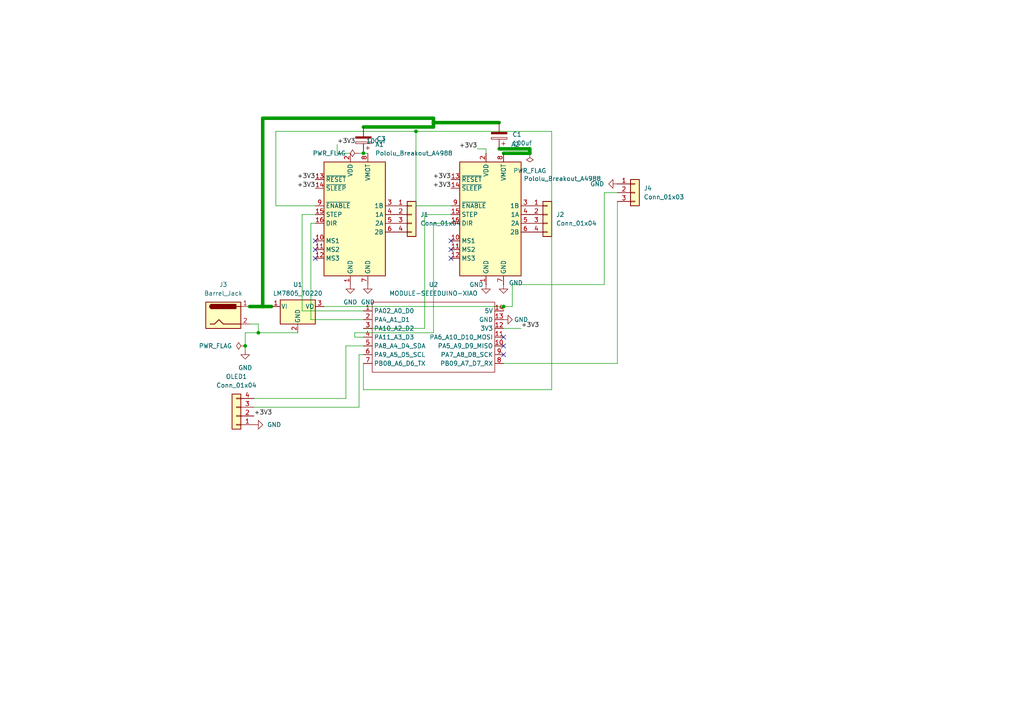
<source format=kicad_sch>
(kicad_sch
	(version 20250114)
	(generator "eeschema")
	(generator_version "9.0")
	(uuid "815b0cf5-f378-40a2-aab8-d0058d458ec5")
	(paper "A4")
	(lib_symbols
		(symbol "Connector:Barrel_Jack"
			(pin_names
				(offset 1.016)
			)
			(exclude_from_sim no)
			(in_bom yes)
			(on_board yes)
			(property "Reference" "J3"
				(at 0 8.89 0)
				(effects
					(font
						(size 1.27 1.27)
					)
				)
			)
			(property "Value" "Barrel_Jack"
				(at 0 6.35 0)
				(effects
					(font
						(size 1.27 1.27)
					)
				)
			)
			(property "Footprint" "Connector_BarrelJack:BarrelJack_CUI_PJ-102AH_Horizontal"
				(at 1.27 -1.016 0)
				(effects
					(font
						(size 1.27 1.27)
					)
					(hide yes)
				)
			)
			(property "Datasheet" "~"
				(at 1.27 -1.016 0)
				(effects
					(font
						(size 1.27 1.27)
					)
					(hide yes)
				)
			)
			(property "Description" "DC Barrel Jack"
				(at 0 0 0)
				(effects
					(font
						(size 1.27 1.27)
					)
					(hide yes)
				)
			)
			(property "ki_keywords" "DC power barrel jack connector"
				(at 0 0 0)
				(effects
					(font
						(size 1.27 1.27)
					)
					(hide yes)
				)
			)
			(property "ki_fp_filters" "BarrelJack*"
				(at 0 0 0)
				(effects
					(font
						(size 1.27 1.27)
					)
					(hide yes)
				)
			)
			(symbol "Barrel_Jack_0_1"
				(rectangle
					(start -5.08 3.81)
					(end 5.08 -3.81)
					(stroke
						(width 0.254)
						(type default)
					)
					(fill
						(type background)
					)
				)
				(polyline
					(pts
						(xy -3.81 -2.54) (xy -2.54 -2.54) (xy -1.27 -1.27) (xy 0 -2.54) (xy 2.54 -2.54) (xy 5.08 -2.54)
					)
					(stroke
						(width 0.254)
						(type default)
					)
					(fill
						(type none)
					)
				)
				(arc
					(start -3.302 1.905)
					(mid -3.9343 2.54)
					(end -3.302 3.175)
					(stroke
						(width 0.254)
						(type default)
					)
					(fill
						(type none)
					)
				)
				(arc
					(start -3.302 1.905)
					(mid -3.9343 2.54)
					(end -3.302 3.175)
					(stroke
						(width 0.254)
						(type default)
					)
					(fill
						(type outline)
					)
				)
				(rectangle
					(start 3.683 3.175)
					(end -3.302 1.905)
					(stroke
						(width 0.254)
						(type default)
					)
					(fill
						(type outline)
					)
				)
				(polyline
					(pts
						(xy 5.08 2.54) (xy 3.81 2.54)
					)
					(stroke
						(width 0.254)
						(type default)
					)
					(fill
						(type none)
					)
				)
			)
			(symbol "Barrel_Jack_1_1"
				(pin power_out line
					(at 7.62 2.54 180)
					(length 2.54)
					(name "~"
						(effects
							(font
								(size 1.27 1.27)
							)
						)
					)
					(number "1"
						(effects
							(font
								(size 1.27 1.27)
							)
						)
					)
				)
				(pin passive line
					(at 7.62 -2.54 180)
					(length 2.54)
					(name "~"
						(effects
							(font
								(size 1.27 1.27)
							)
						)
					)
					(number "2"
						(effects
							(font
								(size 1.27 1.27)
							)
						)
					)
				)
			)
			(embedded_fonts no)
		)
		(symbol "Connector_Generic:Conn_01x03"
			(pin_names
				(offset 1.016)
				(hide yes)
			)
			(exclude_from_sim no)
			(in_bom yes)
			(on_board yes)
			(property "Reference" "J"
				(at 0 5.08 0)
				(effects
					(font
						(size 1.27 1.27)
					)
				)
			)
			(property "Value" "Conn_01x03"
				(at 0 -5.08 0)
				(effects
					(font
						(size 1.27 1.27)
					)
				)
			)
			(property "Footprint" ""
				(at 0 0 0)
				(effects
					(font
						(size 1.27 1.27)
					)
					(hide yes)
				)
			)
			(property "Datasheet" "~"
				(at 0 0 0)
				(effects
					(font
						(size 1.27 1.27)
					)
					(hide yes)
				)
			)
			(property "Description" "Generic connector, single row, 01x03, script generated (kicad-library-utils/schlib/autogen/connector/)"
				(at 0 0 0)
				(effects
					(font
						(size 1.27 1.27)
					)
					(hide yes)
				)
			)
			(property "ki_keywords" "connector"
				(at 0 0 0)
				(effects
					(font
						(size 1.27 1.27)
					)
					(hide yes)
				)
			)
			(property "ki_fp_filters" "Connector*:*_1x??_*"
				(at 0 0 0)
				(effects
					(font
						(size 1.27 1.27)
					)
					(hide yes)
				)
			)
			(symbol "Conn_01x03_1_1"
				(rectangle
					(start -1.27 3.81)
					(end 1.27 -3.81)
					(stroke
						(width 0.254)
						(type default)
					)
					(fill
						(type background)
					)
				)
				(rectangle
					(start -1.27 2.667)
					(end 0 2.413)
					(stroke
						(width 0.1524)
						(type default)
					)
					(fill
						(type none)
					)
				)
				(rectangle
					(start -1.27 0.127)
					(end 0 -0.127)
					(stroke
						(width 0.1524)
						(type default)
					)
					(fill
						(type none)
					)
				)
				(rectangle
					(start -1.27 -2.413)
					(end 0 -2.667)
					(stroke
						(width 0.1524)
						(type default)
					)
					(fill
						(type none)
					)
				)
				(pin passive line
					(at -5.08 2.54 0)
					(length 3.81)
					(name "Pin_1"
						(effects
							(font
								(size 1.27 1.27)
							)
						)
					)
					(number "1"
						(effects
							(font
								(size 1.27 1.27)
							)
						)
					)
				)
				(pin passive line
					(at -5.08 0 0)
					(length 3.81)
					(name "Pin_2"
						(effects
							(font
								(size 1.27 1.27)
							)
						)
					)
					(number "2"
						(effects
							(font
								(size 1.27 1.27)
							)
						)
					)
				)
				(pin passive line
					(at -5.08 -2.54 0)
					(length 3.81)
					(name "Pin_3"
						(effects
							(font
								(size 1.27 1.27)
							)
						)
					)
					(number "3"
						(effects
							(font
								(size 1.27 1.27)
							)
						)
					)
				)
			)
			(embedded_fonts no)
		)
		(symbol "Connector_Generic:Conn_01x04"
			(pin_names
				(offset 1.016)
				(hide yes)
			)
			(exclude_from_sim no)
			(in_bom yes)
			(on_board yes)
			(property "Reference" "J"
				(at 0 5.08 0)
				(effects
					(font
						(size 1.27 1.27)
					)
				)
			)
			(property "Value" "Conn_01x04"
				(at 0 -7.62 0)
				(effects
					(font
						(size 1.27 1.27)
					)
				)
			)
			(property "Footprint" ""
				(at 0 0 0)
				(effects
					(font
						(size 1.27 1.27)
					)
					(hide yes)
				)
			)
			(property "Datasheet" "~"
				(at 0 0 0)
				(effects
					(font
						(size 1.27 1.27)
					)
					(hide yes)
				)
			)
			(property "Description" "Generic connector, single row, 01x04, script generated (kicad-library-utils/schlib/autogen/connector/)"
				(at 0 0 0)
				(effects
					(font
						(size 1.27 1.27)
					)
					(hide yes)
				)
			)
			(property "ki_keywords" "connector"
				(at 0 0 0)
				(effects
					(font
						(size 1.27 1.27)
					)
					(hide yes)
				)
			)
			(property "ki_fp_filters" "Connector*:*_1x??_*"
				(at 0 0 0)
				(effects
					(font
						(size 1.27 1.27)
					)
					(hide yes)
				)
			)
			(symbol "Conn_01x04_1_1"
				(rectangle
					(start -1.27 3.81)
					(end 1.27 -6.35)
					(stroke
						(width 0.254)
						(type default)
					)
					(fill
						(type background)
					)
				)
				(rectangle
					(start -1.27 2.667)
					(end 0 2.413)
					(stroke
						(width 0.1524)
						(type default)
					)
					(fill
						(type none)
					)
				)
				(rectangle
					(start -1.27 0.127)
					(end 0 -0.127)
					(stroke
						(width 0.1524)
						(type default)
					)
					(fill
						(type none)
					)
				)
				(rectangle
					(start -1.27 -2.413)
					(end 0 -2.667)
					(stroke
						(width 0.1524)
						(type default)
					)
					(fill
						(type none)
					)
				)
				(rectangle
					(start -1.27 -4.953)
					(end 0 -5.207)
					(stroke
						(width 0.1524)
						(type default)
					)
					(fill
						(type none)
					)
				)
				(pin passive line
					(at -5.08 2.54 0)
					(length 3.81)
					(name "Pin_1"
						(effects
							(font
								(size 1.27 1.27)
							)
						)
					)
					(number "1"
						(effects
							(font
								(size 1.27 1.27)
							)
						)
					)
				)
				(pin passive line
					(at -5.08 0 0)
					(length 3.81)
					(name "Pin_2"
						(effects
							(font
								(size 1.27 1.27)
							)
						)
					)
					(number "2"
						(effects
							(font
								(size 1.27 1.27)
							)
						)
					)
				)
				(pin passive line
					(at -5.08 -2.54 0)
					(length 3.81)
					(name "Pin_3"
						(effects
							(font
								(size 1.27 1.27)
							)
						)
					)
					(number "3"
						(effects
							(font
								(size 1.27 1.27)
							)
						)
					)
				)
				(pin passive line
					(at -5.08 -5.08 0)
					(length 3.81)
					(name "Pin_4"
						(effects
							(font
								(size 1.27 1.27)
							)
						)
					)
					(number "4"
						(effects
							(font
								(size 1.27 1.27)
							)
						)
					)
				)
			)
			(embedded_fonts no)
		)
		(symbol "Device:C_Polarized"
			(pin_numbers
				(hide yes)
			)
			(pin_names
				(offset 0.254)
			)
			(exclude_from_sim no)
			(in_bom yes)
			(on_board yes)
			(property "Reference" "C"
				(at 0.635 2.54 0)
				(effects
					(font
						(size 1.27 1.27)
					)
					(justify left)
				)
			)
			(property "Value" "C_Polarized"
				(at 0.635 -2.54 0)
				(effects
					(font
						(size 1.27 1.27)
					)
					(justify left)
				)
			)
			(property "Footprint" ""
				(at 0.9652 -3.81 0)
				(effects
					(font
						(size 1.27 1.27)
					)
					(hide yes)
				)
			)
			(property "Datasheet" "~"
				(at 0 0 0)
				(effects
					(font
						(size 1.27 1.27)
					)
					(hide yes)
				)
			)
			(property "Description" "Polarized capacitor"
				(at 0 0 0)
				(effects
					(font
						(size 1.27 1.27)
					)
					(hide yes)
				)
			)
			(property "ki_keywords" "cap capacitor"
				(at 0 0 0)
				(effects
					(font
						(size 1.27 1.27)
					)
					(hide yes)
				)
			)
			(property "ki_fp_filters" "CP_*"
				(at 0 0 0)
				(effects
					(font
						(size 1.27 1.27)
					)
					(hide yes)
				)
			)
			(symbol "C_Polarized_0_1"
				(rectangle
					(start -2.286 0.508)
					(end 2.286 1.016)
					(stroke
						(width 0)
						(type default)
					)
					(fill
						(type none)
					)
				)
				(polyline
					(pts
						(xy -1.778 2.286) (xy -0.762 2.286)
					)
					(stroke
						(width 0)
						(type default)
					)
					(fill
						(type none)
					)
				)
				(polyline
					(pts
						(xy -1.27 2.794) (xy -1.27 1.778)
					)
					(stroke
						(width 0)
						(type default)
					)
					(fill
						(type none)
					)
				)
				(rectangle
					(start 2.286 -0.508)
					(end -2.286 -1.016)
					(stroke
						(width 0)
						(type default)
					)
					(fill
						(type outline)
					)
				)
			)
			(symbol "C_Polarized_1_1"
				(pin passive line
					(at 0 3.81 270)
					(length 2.794)
					(name "~"
						(effects
							(font
								(size 1.27 1.27)
							)
						)
					)
					(number "1"
						(effects
							(font
								(size 1.27 1.27)
							)
						)
					)
				)
				(pin passive line
					(at 0 -3.81 90)
					(length 2.794)
					(name "~"
						(effects
							(font
								(size 1.27 1.27)
							)
						)
					)
					(number "2"
						(effects
							(font
								(size 1.27 1.27)
							)
						)
					)
				)
			)
			(embedded_fonts no)
		)
		(symbol "Driver_Motor:Pololu_Breakout_A4988"
			(exclude_from_sim no)
			(in_bom yes)
			(on_board yes)
			(property "Reference" "A"
				(at -2.54 19.05 0)
				(effects
					(font
						(size 1.27 1.27)
					)
					(justify right)
				)
			)
			(property "Value" "Pololu_Breakout_A4988"
				(at -2.54 16.51 0)
				(effects
					(font
						(size 1.27 1.27)
					)
					(justify right)
				)
			)
			(property "Footprint" "Module:Pololu_Breakout-16_15.2x20.3mm"
				(at 6.985 -19.05 0)
				(effects
					(font
						(size 1.27 1.27)
					)
					(justify left)
					(hide yes)
				)
			)
			(property "Datasheet" "https://www.pololu.com/product/2980/pictures"
				(at 2.54 -7.62 0)
				(effects
					(font
						(size 1.27 1.27)
					)
					(hide yes)
				)
			)
			(property "Description" "Pololu Breakout Board, Stepper Driver A4988"
				(at 0 0 0)
				(effects
					(font
						(size 1.27 1.27)
					)
					(hide yes)
				)
			)
			(property "ki_keywords" "Pololu Breakout Board Stepper Driver A4988"
				(at 0 0 0)
				(effects
					(font
						(size 1.27 1.27)
					)
					(hide yes)
				)
			)
			(property "ki_fp_filters" "Pololu*Breakout*15.2x20.3mm*"
				(at 0 0 0)
				(effects
					(font
						(size 1.27 1.27)
					)
					(hide yes)
				)
			)
			(symbol "Pololu_Breakout_A4988_0_1"
				(rectangle
					(start 10.16 -17.78)
					(end -7.62 15.24)
					(stroke
						(width 0.254)
						(type default)
					)
					(fill
						(type background)
					)
				)
			)
			(symbol "Pololu_Breakout_A4988_1_1"
				(pin input line
					(at -10.16 10.16 0)
					(length 2.54)
					(name "~{RESET}"
						(effects
							(font
								(size 1.27 1.27)
							)
						)
					)
					(number "13"
						(effects
							(font
								(size 1.27 1.27)
							)
						)
					)
				)
				(pin input line
					(at -10.16 7.62 0)
					(length 2.54)
					(name "~{SLEEP}"
						(effects
							(font
								(size 1.27 1.27)
							)
						)
					)
					(number "14"
						(effects
							(font
								(size 1.27 1.27)
							)
						)
					)
				)
				(pin input line
					(at -10.16 2.54 0)
					(length 2.54)
					(name "~{ENABLE}"
						(effects
							(font
								(size 1.27 1.27)
							)
						)
					)
					(number "9"
						(effects
							(font
								(size 1.27 1.27)
							)
						)
					)
				)
				(pin input line
					(at -10.16 0 0)
					(length 2.54)
					(name "STEP"
						(effects
							(font
								(size 1.27 1.27)
							)
						)
					)
					(number "15"
						(effects
							(font
								(size 1.27 1.27)
							)
						)
					)
				)
				(pin input line
					(at -10.16 -2.54 0)
					(length 2.54)
					(name "DIR"
						(effects
							(font
								(size 1.27 1.27)
							)
						)
					)
					(number "16"
						(effects
							(font
								(size 1.27 1.27)
							)
						)
					)
				)
				(pin input line
					(at -10.16 -7.62 0)
					(length 2.54)
					(name "MS1"
						(effects
							(font
								(size 1.27 1.27)
							)
						)
					)
					(number "10"
						(effects
							(font
								(size 1.27 1.27)
							)
						)
					)
				)
				(pin input line
					(at -10.16 -10.16 0)
					(length 2.54)
					(name "MS2"
						(effects
							(font
								(size 1.27 1.27)
							)
						)
					)
					(number "11"
						(effects
							(font
								(size 1.27 1.27)
							)
						)
					)
				)
				(pin input line
					(at -10.16 -12.7 0)
					(length 2.54)
					(name "MS3"
						(effects
							(font
								(size 1.27 1.27)
							)
						)
					)
					(number "12"
						(effects
							(font
								(size 1.27 1.27)
							)
						)
					)
				)
				(pin power_in line
					(at 0 17.78 270)
					(length 2.54)
					(name "VDD"
						(effects
							(font
								(size 1.27 1.27)
							)
						)
					)
					(number "2"
						(effects
							(font
								(size 1.27 1.27)
							)
						)
					)
				)
				(pin power_in line
					(at 0 -20.32 90)
					(length 2.54)
					(name "GND"
						(effects
							(font
								(size 1.27 1.27)
							)
						)
					)
					(number "1"
						(effects
							(font
								(size 1.27 1.27)
							)
						)
					)
				)
				(pin power_in line
					(at 5.08 17.78 270)
					(length 2.54)
					(name "VMOT"
						(effects
							(font
								(size 1.27 1.27)
							)
						)
					)
					(number "8"
						(effects
							(font
								(size 1.27 1.27)
							)
						)
					)
				)
				(pin power_in line
					(at 5.08 -20.32 90)
					(length 2.54)
					(name "GND"
						(effects
							(font
								(size 1.27 1.27)
							)
						)
					)
					(number "7"
						(effects
							(font
								(size 1.27 1.27)
							)
						)
					)
				)
				(pin output line
					(at 12.7 2.54 180)
					(length 2.54)
					(name "1B"
						(effects
							(font
								(size 1.27 1.27)
							)
						)
					)
					(number "3"
						(effects
							(font
								(size 1.27 1.27)
							)
						)
					)
				)
				(pin output line
					(at 12.7 0 180)
					(length 2.54)
					(name "1A"
						(effects
							(font
								(size 1.27 1.27)
							)
						)
					)
					(number "4"
						(effects
							(font
								(size 1.27 1.27)
							)
						)
					)
				)
				(pin output line
					(at 12.7 -2.54 180)
					(length 2.54)
					(name "2A"
						(effects
							(font
								(size 1.27 1.27)
							)
						)
					)
					(number "5"
						(effects
							(font
								(size 1.27 1.27)
							)
						)
					)
				)
				(pin output line
					(at 12.7 -5.08 180)
					(length 2.54)
					(name "2B"
						(effects
							(font
								(size 1.27 1.27)
							)
						)
					)
					(number "6"
						(effects
							(font
								(size 1.27 1.27)
							)
						)
					)
				)
			)
			(embedded_fonts no)
		)
		(symbol "Regulator_Linear:LM7805_TO220"
			(pin_names
				(offset 0.254)
			)
			(exclude_from_sim no)
			(in_bom yes)
			(on_board yes)
			(property "Reference" "U"
				(at -3.81 3.175 0)
				(effects
					(font
						(size 1.27 1.27)
					)
				)
			)
			(property "Value" "LM7805_TO220"
				(at 0 3.175 0)
				(effects
					(font
						(size 1.27 1.27)
					)
					(justify left)
				)
			)
			(property "Footprint" "Package_TO_SOT_THT:TO-220-3_Vertical"
				(at 0 5.715 0)
				(effects
					(font
						(size 1.27 1.27)
						(italic yes)
					)
					(hide yes)
				)
			)
			(property "Datasheet" "https://www.onsemi.cn/PowerSolutions/document/MC7800-D.PDF"
				(at 0 -1.27 0)
				(effects
					(font
						(size 1.27 1.27)
					)
					(hide yes)
				)
			)
			(property "Description" "Positive 1A 35V Linear Regulator, Fixed Output 5V, TO-220"
				(at 0 0 0)
				(effects
					(font
						(size 1.27 1.27)
					)
					(hide yes)
				)
			)
			(property "ki_keywords" "Voltage Regulator 1A Positive"
				(at 0 0 0)
				(effects
					(font
						(size 1.27 1.27)
					)
					(hide yes)
				)
			)
			(property "ki_fp_filters" "TO?220*"
				(at 0 0 0)
				(effects
					(font
						(size 1.27 1.27)
					)
					(hide yes)
				)
			)
			(symbol "LM7805_TO220_0_1"
				(rectangle
					(start -5.08 1.905)
					(end 5.08 -5.08)
					(stroke
						(width 0.254)
						(type default)
					)
					(fill
						(type background)
					)
				)
			)
			(symbol "LM7805_TO220_1_1"
				(pin power_in line
					(at -7.62 0 0)
					(length 2.54)
					(name "VI"
						(effects
							(font
								(size 1.27 1.27)
							)
						)
					)
					(number "1"
						(effects
							(font
								(size 1.27 1.27)
							)
						)
					)
				)
				(pin power_in line
					(at 0 -7.62 90)
					(length 2.54)
					(name "GND"
						(effects
							(font
								(size 1.27 1.27)
							)
						)
					)
					(number "2"
						(effects
							(font
								(size 1.27 1.27)
							)
						)
					)
				)
				(pin power_out line
					(at 7.62 0 180)
					(length 2.54)
					(name "VO"
						(effects
							(font
								(size 1.27 1.27)
							)
						)
					)
					(number "3"
						(effects
							(font
								(size 1.27 1.27)
							)
						)
					)
				)
			)
			(embedded_fonts no)
		)
		(symbol "XIAO_RP2040:MOUDLE-SEEEDUINO-XIAO"
			(exclude_from_sim no)
			(in_bom yes)
			(on_board yes)
			(property "Reference" "U2"
				(at 1.27 15.24 0)
				(effects
					(font
						(size 1.27 1.27)
					)
				)
			)
			(property "Value" "MODULE-SEEEDUINO-XIAO"
				(at 1.27 12.7 0)
				(effects
					(font
						(size 1.27 1.27)
					)
				)
			)
			(property "Footprint" "XIAO_RP2040_THT"
				(at -16.51 2.54 0)
				(effects
					(font
						(size 1.27 1.27)
					)
					(hide yes)
				)
			)
			(property "Datasheet" ""
				(at -16.51 2.54 0)
				(effects
					(font
						(size 1.27 1.27)
					)
					(hide yes)
				)
			)
			(property "Description" ""
				(at 0 0 0)
				(effects
					(font
						(size 1.27 1.27)
					)
					(hide yes)
				)
			)
			(symbol "MOUDLE-SEEEDUINO-XIAO_0_1"
				(rectangle
					(start -16.51 10.16)
					(end 19.05 -10.16)
					(stroke
						(width 0)
						(type default)
					)
					(fill
						(type none)
					)
				)
			)
			(symbol "MOUDLE-SEEEDUINO-XIAO_1_1"
				(pin passive line
					(at -19.05 7.62 0)
					(length 2.54)
					(name "PA02_A0_D0"
						(effects
							(font
								(size 1.27 1.27)
							)
						)
					)
					(number "1"
						(effects
							(font
								(size 1.27 1.27)
							)
						)
					)
				)
				(pin passive line
					(at -19.05 5.08 0)
					(length 2.54)
					(name "PA4_A1_D1"
						(effects
							(font
								(size 1.27 1.27)
							)
						)
					)
					(number "2"
						(effects
							(font
								(size 1.27 1.27)
							)
						)
					)
				)
				(pin passive line
					(at -19.05 2.54 0)
					(length 2.54)
					(name "PA10_A2_D2"
						(effects
							(font
								(size 1.27 1.27)
							)
						)
					)
					(number "3"
						(effects
							(font
								(size 1.27 1.27)
							)
						)
					)
				)
				(pin passive line
					(at -19.05 0 0)
					(length 2.54)
					(name "PA11_A3_D3"
						(effects
							(font
								(size 1.27 1.27)
							)
						)
					)
					(number "4"
						(effects
							(font
								(size 1.27 1.27)
							)
						)
					)
				)
				(pin passive line
					(at -19.05 -2.54 0)
					(length 2.54)
					(name "PA8_A4_D4_SDA"
						(effects
							(font
								(size 1.27 1.27)
							)
						)
					)
					(number "5"
						(effects
							(font
								(size 1.27 1.27)
							)
						)
					)
				)
				(pin passive line
					(at -19.05 -5.08 0)
					(length 2.54)
					(name "PA9_A5_D5_SCL"
						(effects
							(font
								(size 1.27 1.27)
							)
						)
					)
					(number "6"
						(effects
							(font
								(size 1.27 1.27)
							)
						)
					)
				)
				(pin passive line
					(at -19.05 -7.62 0)
					(length 2.54)
					(name "PB08_A6_D6_TX"
						(effects
							(font
								(size 1.27 1.27)
							)
						)
					)
					(number "7"
						(effects
							(font
								(size 1.27 1.27)
							)
						)
					)
				)
				(pin passive line
					(at 21.59 7.62 180)
					(length 2.54)
					(name "5V"
						(effects
							(font
								(size 1.27 1.27)
							)
						)
					)
					(number "14"
						(effects
							(font
								(size 1.27 1.27)
							)
						)
					)
				)
				(pin passive line
					(at 21.59 5.08 180)
					(length 2.54)
					(name "GND"
						(effects
							(font
								(size 1.27 1.27)
							)
						)
					)
					(number "13"
						(effects
							(font
								(size 1.27 1.27)
							)
						)
					)
				)
				(pin power_out line
					(at 21.59 2.54 180)
					(length 2.54)
					(name "3V3"
						(effects
							(font
								(size 1.27 1.27)
							)
						)
					)
					(number "12"
						(effects
							(font
								(size 1.27 1.27)
							)
						)
					)
				)
				(pin passive line
					(at 21.59 0 180)
					(length 2.54)
					(name "PA6_A10_D10_MOSI"
						(effects
							(font
								(size 1.27 1.27)
							)
						)
					)
					(number "11"
						(effects
							(font
								(size 1.27 1.27)
							)
						)
					)
				)
				(pin passive line
					(at 21.59 -2.54 180)
					(length 2.54)
					(name "PA5_A9_D9_MISO"
						(effects
							(font
								(size 1.27 1.27)
							)
						)
					)
					(number "10"
						(effects
							(font
								(size 1.27 1.27)
							)
						)
					)
				)
				(pin passive line
					(at 21.59 -5.08 180)
					(length 2.54)
					(name "PA7_A8_D8_SCK"
						(effects
							(font
								(size 1.27 1.27)
							)
						)
					)
					(number "9"
						(effects
							(font
								(size 1.27 1.27)
							)
						)
					)
				)
				(pin passive line
					(at 21.59 -7.62 180)
					(length 2.54)
					(name "PB09_A7_D7_RX"
						(effects
							(font
								(size 1.27 1.27)
							)
						)
					)
					(number "8"
						(effects
							(font
								(size 1.27 1.27)
							)
						)
					)
				)
			)
			(embedded_fonts no)
		)
		(symbol "power:GND"
			(power)
			(pin_numbers
				(hide yes)
			)
			(pin_names
				(offset 0)
				(hide yes)
			)
			(exclude_from_sim no)
			(in_bom yes)
			(on_board yes)
			(property "Reference" "#PWR"
				(at 0 -6.35 0)
				(effects
					(font
						(size 1.27 1.27)
					)
					(hide yes)
				)
			)
			(property "Value" "GND"
				(at 0 -3.81 0)
				(effects
					(font
						(size 1.27 1.27)
					)
				)
			)
			(property "Footprint" ""
				(at 0 0 0)
				(effects
					(font
						(size 1.27 1.27)
					)
					(hide yes)
				)
			)
			(property "Datasheet" ""
				(at 0 0 0)
				(effects
					(font
						(size 1.27 1.27)
					)
					(hide yes)
				)
			)
			(property "Description" "Power symbol creates a global label with name \"GND\" , ground"
				(at 0 0 0)
				(effects
					(font
						(size 1.27 1.27)
					)
					(hide yes)
				)
			)
			(property "ki_keywords" "global power"
				(at 0 0 0)
				(effects
					(font
						(size 1.27 1.27)
					)
					(hide yes)
				)
			)
			(symbol "GND_0_1"
				(polyline
					(pts
						(xy 0 0) (xy 0 -1.27) (xy 1.27 -1.27) (xy 0 -2.54) (xy -1.27 -1.27) (xy 0 -1.27)
					)
					(stroke
						(width 0)
						(type default)
					)
					(fill
						(type none)
					)
				)
			)
			(symbol "GND_1_1"
				(pin power_in line
					(at 0 0 270)
					(length 0)
					(name "~"
						(effects
							(font
								(size 1.27 1.27)
							)
						)
					)
					(number "1"
						(effects
							(font
								(size 1.27 1.27)
							)
						)
					)
				)
			)
			(embedded_fonts no)
		)
		(symbol "power:PWR_FLAG"
			(power)
			(pin_numbers
				(hide yes)
			)
			(pin_names
				(offset 0)
				(hide yes)
			)
			(exclude_from_sim no)
			(in_bom yes)
			(on_board yes)
			(property "Reference" "#FLG"
				(at 0 1.905 0)
				(effects
					(font
						(size 1.27 1.27)
					)
					(hide yes)
				)
			)
			(property "Value" "PWR_FLAG"
				(at 0 3.81 0)
				(effects
					(font
						(size 1.27 1.27)
					)
				)
			)
			(property "Footprint" ""
				(at 0 0 0)
				(effects
					(font
						(size 1.27 1.27)
					)
					(hide yes)
				)
			)
			(property "Datasheet" "~"
				(at 0 0 0)
				(effects
					(font
						(size 1.27 1.27)
					)
					(hide yes)
				)
			)
			(property "Description" "Special symbol for telling ERC where power comes from"
				(at 0 0 0)
				(effects
					(font
						(size 1.27 1.27)
					)
					(hide yes)
				)
			)
			(property "ki_keywords" "flag power"
				(at 0 0 0)
				(effects
					(font
						(size 1.27 1.27)
					)
					(hide yes)
				)
			)
			(symbol "PWR_FLAG_0_0"
				(pin power_out line
					(at 0 0 90)
					(length 0)
					(name "~"
						(effects
							(font
								(size 1.27 1.27)
							)
						)
					)
					(number "1"
						(effects
							(font
								(size 1.27 1.27)
							)
						)
					)
				)
			)
			(symbol "PWR_FLAG_0_1"
				(polyline
					(pts
						(xy 0 0) (xy 0 1.27) (xy -1.016 1.905) (xy 0 2.54) (xy 1.016 1.905) (xy 0 1.27)
					)
					(stroke
						(width 0)
						(type default)
					)
					(fill
						(type none)
					)
				)
			)
			(embedded_fonts no)
		)
	)
	(junction
		(at 105.41 44.45)
		(diameter 0)
		(color 0 0 0 0)
		(uuid "077828e3-5246-4014-af07-4470e481e26c")
	)
	(junction
		(at 76.2 88.9)
		(diameter 0)
		(color 0 0 0 0)
		(uuid "0ce74c8f-4386-44bc-b9ee-7454026647b2")
	)
	(junction
		(at 146.05 88.9)
		(diameter 0)
		(color 0 0 0 0)
		(uuid "1a9614c4-f955-4d26-b2ea-51ea41e409ee")
	)
	(junction
		(at 153.67 44.45)
		(diameter 0)
		(color 0 0 0 0)
		(uuid "301f38d9-f977-4518-a154-2e137502e48f")
	)
	(junction
		(at 120.65 38.1)
		(diameter 0)
		(color 0 0 0 0)
		(uuid "918b8e81-f104-457b-aeeb-6d798dfe2e6f")
	)
	(junction
		(at 71.12 100.33)
		(diameter 0)
		(color 0 0 0 0)
		(uuid "c74a9be7-6416-407c-a66a-6ef46129b052")
	)
	(junction
		(at 125.73 35.56)
		(diameter 0)
		(color 0 0 0 0)
		(uuid "d8d3383c-5aeb-4967-931b-a551eadb6101")
	)
	(junction
		(at 74.93 96.52)
		(diameter 0)
		(color 0 0 0 0)
		(uuid "e4e1da1b-1835-4000-a8e0-f473ca30dc03")
	)
	(no_connect
		(at 130.81 69.85)
		(uuid "06b053d1-ca5d-4060-a0aa-106af96afd1b")
	)
	(no_connect
		(at 146.05 97.79)
		(uuid "13e46e2f-490e-421f-a13e-f5cbc482a52d")
	)
	(no_connect
		(at 146.05 100.33)
		(uuid "180d75e3-819c-4b0e-b1a0-34c90b2965be")
	)
	(no_connect
		(at 91.44 69.85)
		(uuid "53580ab9-e9e5-481e-9893-bfbfbefc55d7")
	)
	(no_connect
		(at 130.81 74.93)
		(uuid "7515c785-f7f8-4280-929c-1a2df378076f")
	)
	(no_connect
		(at 91.44 72.39)
		(uuid "87205aa7-4833-45ff-82b9-385efafdb203")
	)
	(no_connect
		(at 146.05 102.87)
		(uuid "8cb945b6-a714-4aa1-91c7-c2918d40a6ea")
	)
	(no_connect
		(at 130.81 72.39)
		(uuid "a12c4ad7-5add-4f5d-8249-d1fdff167944")
	)
	(no_connect
		(at 91.44 74.93)
		(uuid "d58237d8-ef39-43cd-b29b-689bbbdfa9e3")
	)
	(wire
		(pts
			(xy 87.63 90.17) (xy 87.63 62.23)
		)
		(stroke
			(width 0)
			(type default)
		)
		(uuid "0003c40f-e1f4-4f4c-b8eb-9acaa9da9a2f")
	)
	(wire
		(pts
			(xy 130.81 62.23) (xy 123.19 62.23)
		)
		(stroke
			(width 0)
			(type default)
		)
		(uuid "00ba5e2c-31d7-4180-911b-0bdefa53709b")
	)
	(wire
		(pts
			(xy 90.17 92.71) (xy 105.41 92.71)
		)
		(stroke
			(width 0)
			(type default)
		)
		(uuid "0748a11f-8b9c-49b2-a750-a669d5a903f5")
	)
	(wire
		(pts
			(xy 123.19 62.23) (xy 123.19 95.25)
		)
		(stroke
			(width 0)
			(type default)
		)
		(uuid "0d42540f-0536-43df-80e1-bbed43f46277")
	)
	(wire
		(pts
			(xy 151.13 95.25) (xy 146.05 95.25)
		)
		(stroke
			(width 0)
			(type default)
		)
		(uuid "0d82c945-4432-4d15-b87d-f9b0cecce491")
	)
	(wire
		(pts
			(xy 105.41 113.03) (xy 160.02 113.03)
		)
		(stroke
			(width 0)
			(type default)
		)
		(uuid "15d193ca-650d-487e-b7bd-31ee8e9ef943")
	)
	(wire
		(pts
			(xy 125.73 36.83) (xy 125.73 35.56)
		)
		(stroke
			(width 1.016)
			(type default)
		)
		(uuid "1fab5317-5ae1-4657-a83d-eedb86238aac")
	)
	(wire
		(pts
			(xy 125.73 96.52) (xy 125.73 64.77)
		)
		(stroke
			(width 0)
			(type default)
		)
		(uuid "21de0285-3147-400c-9dc8-93bbce1023be")
	)
	(wire
		(pts
			(xy 100.33 115.57) (xy 100.33 100.33)
		)
		(stroke
			(width 0)
			(type default)
		)
		(uuid "23217f53-6e9a-4c86-8e35-3ecc3e5be235")
	)
	(wire
		(pts
			(xy 102.87 97.79) (xy 105.41 97.79)
		)
		(stroke
			(width 0)
			(type default)
		)
		(uuid "24d73e51-f401-4c67-9ed8-73944edc70e9")
	)
	(wire
		(pts
			(xy 71.12 96.52) (xy 71.12 100.33)
		)
		(stroke
			(width 0)
			(type default)
		)
		(uuid "26a93524-3c26-4d35-8a5f-7bdbf5fe016b")
	)
	(wire
		(pts
			(xy 148.59 82.55) (xy 148.59 88.9)
		)
		(stroke
			(width 0)
			(type default)
		)
		(uuid "270a88b8-09a1-48f6-93bf-4d639b9df9f9")
	)
	(wire
		(pts
			(xy 91.44 59.69) (xy 80.01 59.69)
		)
		(stroke
			(width 0)
			(type default)
		)
		(uuid "279ab11f-feb2-4411-b441-1e94ed444b6b")
	)
	(wire
		(pts
			(xy 153.67 43.18) (xy 153.67 44.45)
		)
		(stroke
			(width 1.016)
			(type default)
		)
		(uuid "28ac35d4-eaf8-47c4-9a04-552afa34bb0e")
	)
	(wire
		(pts
			(xy 140.97 43.18) (xy 140.97 44.45)
		)
		(stroke
			(width 0)
			(type default)
		)
		(uuid "2b7e6605-19c4-40ea-a03b-fcf06488f24c")
	)
	(wire
		(pts
			(xy 76.2 34.29) (xy 76.2 88.9)
		)
		(stroke
			(width 1.016)
			(type default)
		)
		(uuid "380f79bd-0a01-48fe-839a-b92b1b5caf3e")
	)
	(wire
		(pts
			(xy 175.26 82.55) (xy 175.26 55.88)
		)
		(stroke
			(width 0)
			(type default)
		)
		(uuid "382d0e66-104f-4a6d-a598-b59ef203970a")
	)
	(wire
		(pts
			(xy 90.17 64.77) (xy 90.17 92.71)
		)
		(stroke
			(width 0)
			(type default)
		)
		(uuid "3c23616d-e3cd-4b33-b901-52d96625fb3d")
	)
	(wire
		(pts
			(xy 146.05 88.9) (xy 146.05 90.17)
		)
		(stroke
			(width 0)
			(type default)
		)
		(uuid "3c3a9b45-2374-47e6-ab12-4046d54fb8c7")
	)
	(wire
		(pts
			(xy 73.66 115.57) (xy 100.33 115.57)
		)
		(stroke
			(width 0)
			(type default)
		)
		(uuid "3dcf669b-4b62-43e6-9e39-0621dac0a84d")
	)
	(wire
		(pts
			(xy 97.79 44.45) (xy 101.6 44.45)
		)
		(stroke
			(width 0)
			(type default)
		)
		(uuid "43f6e3e2-ee2c-4513-aeec-92bbae6586fc")
	)
	(wire
		(pts
			(xy 80.01 38.1) (xy 120.65 38.1)
		)
		(stroke
			(width 0)
			(type default)
		)
		(uuid "4483b946-73b3-43ad-83c4-c6f64fb25ec5")
	)
	(wire
		(pts
			(xy 125.73 34.29) (xy 76.2 34.29)
		)
		(stroke
			(width 1.016)
			(type default)
		)
		(uuid "4b1e5803-14a9-4276-a895-ae072ed8089a")
	)
	(wire
		(pts
			(xy 72.39 88.9) (xy 76.2 88.9)
		)
		(stroke
			(width 1.016)
			(type default)
		)
		(uuid "4c53b975-1694-498e-9474-8b13f45f0fbb")
	)
	(wire
		(pts
			(xy 87.63 62.23) (xy 91.44 62.23)
		)
		(stroke
			(width 0)
			(type default)
		)
		(uuid "51ce7bef-a734-4b83-82f0-3a03112549a9")
	)
	(wire
		(pts
			(xy 104.14 44.45) (xy 105.41 44.45)
		)
		(stroke
			(width 0)
			(type default)
		)
		(uuid "625092c3-266b-4586-a791-cc3482ba73a0")
	)
	(wire
		(pts
			(xy 160.02 113.03) (xy 160.02 38.1)
		)
		(stroke
			(width 0)
			(type default)
		)
		(uuid "6d4a9b30-7a9c-4421-8575-9f6ba95adce8")
	)
	(wire
		(pts
			(xy 74.93 93.98) (xy 74.93 96.52)
		)
		(stroke
			(width 0)
			(type default)
		)
		(uuid "6f5a8d3c-d3a6-4f79-9aab-bdc80d290ada")
	)
	(wire
		(pts
			(xy 125.73 34.29) (xy 125.73 35.56)
		)
		(stroke
			(width 1.016)
			(type default)
		)
		(uuid "7197b6c0-e409-42c3-bef3-469b5aebb5c2")
	)
	(wire
		(pts
			(xy 102.87 96.52) (xy 125.73 96.52)
		)
		(stroke
			(width 0)
			(type default)
		)
		(uuid "74fe9d85-4349-4925-8c56-d3336c814f44")
	)
	(wire
		(pts
			(xy 104.14 102.87) (xy 105.41 102.87)
		)
		(stroke
			(width 0)
			(type default)
		)
		(uuid "8b82adeb-36ab-4e68-83cd-8f24837080fd")
	)
	(wire
		(pts
			(xy 120.65 38.1) (xy 120.65 59.69)
		)
		(stroke
			(width 0)
			(type default)
		)
		(uuid "8ca8583f-138a-40cc-9d7a-58b8f877138d")
	)
	(wire
		(pts
			(xy 146.05 105.41) (xy 179.07 105.41)
		)
		(stroke
			(width 0)
			(type default)
		)
		(uuid "9e167f59-1919-4e2a-aefd-8c16578c0873")
	)
	(wire
		(pts
			(xy 71.12 100.33) (xy 71.12 101.6)
		)
		(stroke
			(width 0)
			(type default)
		)
		(uuid "9f0235ac-0e5b-4eb2-b5dc-c7552c12b13e")
	)
	(wire
		(pts
			(xy 153.67 44.45) (xy 146.05 44.45)
		)
		(stroke
			(width 1.016)
			(type default)
		)
		(uuid "a02d9c85-39c1-46e2-8508-15bcb641dfa5")
	)
	(wire
		(pts
			(xy 72.39 93.98) (xy 74.93 93.98)
		)
		(stroke
			(width 0)
			(type default)
		)
		(uuid "a1fa9de9-b93a-463b-ae81-1242a1c179a9")
	)
	(wire
		(pts
			(xy 120.65 59.69) (xy 130.81 59.69)
		)
		(stroke
			(width 0)
			(type default)
		)
		(uuid "a598b7af-1b46-458c-9ac6-b1ab49204e3b")
	)
	(wire
		(pts
			(xy 148.59 82.55) (xy 175.26 82.55)
		)
		(stroke
			(width 0)
			(type default)
		)
		(uuid "a6776760-f817-4ba1-b6c3-d2c4567fed17")
	)
	(wire
		(pts
			(xy 105.41 105.41) (xy 105.41 113.03)
		)
		(stroke
			(width 0)
			(type default)
		)
		(uuid "abc8b6eb-233f-4fcc-9c29-e2b5560b6926")
	)
	(wire
		(pts
			(xy 86.36 96.52) (xy 74.93 96.52)
		)
		(stroke
			(width 0)
			(type default)
		)
		(uuid "acd8b230-9fb9-4e63-840f-49bbb2ca73e7")
	)
	(wire
		(pts
			(xy 148.59 88.9) (xy 146.05 88.9)
		)
		(stroke
			(width 0)
			(type default)
		)
		(uuid "ae8fa769-dc50-4e71-94c5-d2b5b13e391d")
	)
	(wire
		(pts
			(xy 105.41 44.45) (xy 106.68 44.45)
		)
		(stroke
			(width 0)
			(type default)
		)
		(uuid "b4f0313d-70e3-4660-a9c5-02eb275e31a6")
	)
	(wire
		(pts
			(xy 100.33 100.33) (xy 105.41 100.33)
		)
		(stroke
			(width 0)
			(type default)
		)
		(uuid "c2b99295-ada4-49e1-9c64-72cc832b0aaa")
	)
	(wire
		(pts
			(xy 76.2 88.9) (xy 78.74 88.9)
		)
		(stroke
			(width 1.016)
			(type default)
		)
		(uuid "c3048ab2-14da-4c55-a96e-6a9b6a8bf3bc")
	)
	(wire
		(pts
			(xy 105.41 90.17) (xy 87.63 90.17)
		)
		(stroke
			(width 0)
			(type default)
		)
		(uuid "c35de68b-d54d-445b-9c68-009af11830b8")
	)
	(wire
		(pts
			(xy 179.07 105.41) (xy 179.07 58.42)
		)
		(stroke
			(width 0)
			(type default)
		)
		(uuid "c47cdd93-c407-4b01-8cb2-046a533d3ad6")
	)
	(wire
		(pts
			(xy 97.79 41.91) (xy 97.79 44.45)
		)
		(stroke
			(width 0)
			(type default)
		)
		(uuid "c58835cb-af76-4aea-bb28-4eef06ed87bc")
	)
	(wire
		(pts
			(xy 91.44 64.77) (xy 90.17 64.77)
		)
		(stroke
			(width 0)
			(type default)
		)
		(uuid "cbd58fd9-a078-4766-ac95-51422f6207aa")
	)
	(wire
		(pts
			(xy 144.78 43.18) (xy 153.67 43.18)
		)
		(stroke
			(width 1.016)
			(type default)
		)
		(uuid "ce36a5d9-cd86-4f4f-9d1c-3b6d0bac978f")
	)
	(wire
		(pts
			(xy 138.43 43.18) (xy 140.97 43.18)
		)
		(stroke
			(width 0)
			(type default)
		)
		(uuid "d7849e2c-4b90-4051-9071-496f23017692")
	)
	(wire
		(pts
			(xy 80.01 59.69) (xy 80.01 38.1)
		)
		(stroke
			(width 0)
			(type default)
		)
		(uuid "dda68e84-9c46-4464-885f-c80a8dba56f2")
	)
	(wire
		(pts
			(xy 125.73 64.77) (xy 130.81 64.77)
		)
		(stroke
			(width 0)
			(type default)
		)
		(uuid "df4644ee-8f7f-4e4c-a2e5-3631d178c127")
	)
	(wire
		(pts
			(xy 175.26 55.88) (xy 179.07 55.88)
		)
		(stroke
			(width 0)
			(type default)
		)
		(uuid "e1a0a6e9-7f54-4863-8d9c-85e4595a14e7")
	)
	(wire
		(pts
			(xy 93.98 88.9) (xy 146.05 88.9)
		)
		(stroke
			(width 0)
			(type default)
		)
		(uuid "e31398a8-a996-4cfa-b336-3bb5fbfdd112")
	)
	(wire
		(pts
			(xy 102.87 96.52) (xy 102.87 97.79)
		)
		(stroke
			(width 0)
			(type default)
		)
		(uuid "e706ec81-2c3f-44a1-9076-7bd9bfecc7ba")
	)
	(wire
		(pts
			(xy 71.12 96.52) (xy 74.93 96.52)
		)
		(stroke
			(width 0)
			(type default)
		)
		(uuid "e9e93e7c-0ee9-4254-b5cb-06d2bab1bb27")
	)
	(wire
		(pts
			(xy 160.02 38.1) (xy 120.65 38.1)
		)
		(stroke
			(width 0)
			(type default)
		)
		(uuid "eb52718e-2db7-446c-b63e-8c465690bcf2")
	)
	(wire
		(pts
			(xy 123.19 95.25) (xy 105.41 95.25)
		)
		(stroke
			(width 0)
			(type default)
		)
		(uuid "ed9714eb-3d2a-4b94-98a6-e9d2d42083cf")
	)
	(wire
		(pts
			(xy 73.66 118.11) (xy 104.14 118.11)
		)
		(stroke
			(width 0)
			(type default)
		)
		(uuid "f3bc1eda-6ae7-416a-96c0-2418dbf5b73d")
	)
	(wire
		(pts
			(xy 104.14 118.11) (xy 104.14 102.87)
		)
		(stroke
			(width 0)
			(type default)
		)
		(uuid "f3db3631-4ab2-434f-a8af-f74ba31097ef")
	)
	(wire
		(pts
			(xy 105.41 36.83) (xy 125.73 36.83)
		)
		(stroke
			(width 1.016)
			(type default)
		)
		(uuid "fa886743-4cb2-4bcf-a8ce-9129725b3b5c")
	)
	(wire
		(pts
			(xy 125.73 35.56) (xy 144.78 35.56)
		)
		(stroke
			(width 1.016)
			(type default)
		)
		(uuid "fc5a96ba-9f96-4690-9f41-b058a2848a0f")
	)
	(label "+3V3"
		(at 151.13 95.25 0)
		(effects
			(font
				(size 1.27 1.27)
			)
			(justify left bottom)
		)
		(uuid "07854f93-9475-4702-a568-669474916b94")
	)
	(label "+3V3"
		(at 97.79 41.91 0)
		(effects
			(font
				(size 1.27 1.27)
			)
			(justify left bottom)
		)
		(uuid "0e4558f3-2305-444e-9213-cd318c8e4df1")
	)
	(label "+3V3"
		(at 130.81 54.61 180)
		(effects
			(font
				(size 1.27 1.27)
			)
			(justify right bottom)
		)
		(uuid "52ea0613-bb3f-4912-9f9d-1dc41df586e7")
	)
	(label "+3V3"
		(at 91.44 52.07 180)
		(effects
			(font
				(size 1.27 1.27)
			)
			(justify right bottom)
		)
		(uuid "6626e573-76d0-42dc-90c4-46e766a51a47")
	)
	(label "+3V3"
		(at 130.81 52.07 180)
		(effects
			(font
				(size 1.27 1.27)
			)
			(justify right bottom)
		)
		(uuid "6bafaa00-e178-4e8c-9a79-34282d0801e7")
	)
	(label "+3V3"
		(at 73.66 120.65 0)
		(effects
			(font
				(size 1.27 1.27)
			)
			(justify left bottom)
		)
		(uuid "a23cb5fd-b603-41a4-80f5-1d268a06fcd1")
	)
	(label "+3V3"
		(at 138.43 43.18 180)
		(effects
			(font
				(size 1.27 1.27)
			)
			(justify right bottom)
		)
		(uuid "c4e47f14-e351-44c0-a738-0effff8cb807")
	)
	(label "+3V3"
		(at 91.44 54.61 180)
		(effects
			(font
				(size 1.27 1.27)
			)
			(justify right bottom)
		)
		(uuid "cf4c28dc-c9ab-49c8-9ee5-a0ffc967d993")
	)
	(symbol
		(lib_id "power:GND")
		(at 71.12 101.6 0)
		(unit 1)
		(exclude_from_sim no)
		(in_bom yes)
		(on_board yes)
		(dnp no)
		(fields_autoplaced yes)
		(uuid "150a4301-e9d3-4fdd-9a9d-e88b365f05ce")
		(property "Reference" "#PWR01"
			(at 71.12 107.95 0)
			(effects
				(font
					(size 1.27 1.27)
				)
				(hide yes)
			)
		)
		(property "Value" "GND"
			(at 71.12 106.68 0)
			(effects
				(font
					(size 1.27 1.27)
				)
			)
		)
		(property "Footprint" ""
			(at 71.12 101.6 0)
			(effects
				(font
					(size 1.27 1.27)
				)
				(hide yes)
			)
		)
		(property "Datasheet" ""
			(at 71.12 101.6 0)
			(effects
				(font
					(size 1.27 1.27)
				)
				(hide yes)
			)
		)
		(property "Description" "Power symbol creates a global label with name \"GND\" , ground"
			(at 71.12 101.6 0)
			(effects
				(font
					(size 1.27 1.27)
				)
				(hide yes)
			)
		)
		(pin "1"
			(uuid "3d315804-542b-4a89-8637-9c37fedfbb99")
		)
		(instances
			(project ""
				(path "/815b0cf5-f378-40a2-aab8-d0058d458ec5"
					(reference "#PWR01")
					(unit 1)
				)
			)
		)
	)
	(symbol
		(lib_id "Driver_Motor:Pololu_Breakout_A4988")
		(at 140.97 62.23 0)
		(unit 1)
		(exclude_from_sim no)
		(in_bom yes)
		(on_board yes)
		(dnp no)
		(uuid "24b6add5-9188-4ce3-bd22-bc9e5b7abe66")
		(property "Reference" "A2"
			(at 148.1933 41.91 0)
			(effects
				(font
					(size 1.27 1.27)
				)
				(justify left)
			)
		)
		(property "Value" "Pololu_Breakout_A4988"
			(at 151.892 51.816 0)
			(effects
				(font
					(size 1.27 1.27)
				)
				(justify left)
			)
		)
		(property "Footprint" "Module:Pololu_Breakout-16_15.2x20.3mm"
			(at 147.955 81.28 0)
			(effects
				(font
					(size 1.27 1.27)
				)
				(justify left)
				(hide yes)
			)
		)
		(property "Datasheet" "https://www.pololu.com/product/2980/pictures"
			(at 143.51 69.85 0)
			(effects
				(font
					(size 1.27 1.27)
				)
				(hide yes)
			)
		)
		(property "Description" "Pololu Breakout Board, Stepper Driver A4988"
			(at 140.97 62.23 0)
			(effects
				(font
					(size 1.27 1.27)
				)
				(hide yes)
			)
		)
		(pin "9"
			(uuid "e3c7af86-04ad-488e-acc4-861cb95a0241")
		)
		(pin "3"
			(uuid "4b8c0261-6d1f-46b2-84d0-1278128f8cac")
		)
		(pin "11"
			(uuid "e691f78b-5515-4f3f-95f1-53cbb89002c8")
		)
		(pin "8"
			(uuid "24b4e364-9319-429a-95a1-7ef56d8779a1")
		)
		(pin "6"
			(uuid "c8978f41-4369-4daf-af91-d13c7f95022e")
		)
		(pin "15"
			(uuid "1c3cdea9-7d85-4245-b7ae-cbee9ecc73b4")
		)
		(pin "1"
			(uuid "640b71b7-51ce-46c4-8459-2f79abae8817")
		)
		(pin "14"
			(uuid "6aeb7555-e716-4815-ba10-a324b031c7c7")
		)
		(pin "10"
			(uuid "295ba1ba-7813-4851-bb44-86cffedde1a9")
		)
		(pin "13"
			(uuid "5b4e0faa-3586-41a9-ac6a-3edd04281110")
		)
		(pin "16"
			(uuid "45df9f36-5a15-4319-ad23-36dc3b910004")
		)
		(pin "12"
			(uuid "c563ef6a-13f6-424d-b076-64bfd84e4874")
		)
		(pin "2"
			(uuid "17070287-2643-4ffb-b3cc-863731a847f8")
		)
		(pin "7"
			(uuid "fcfa84ba-8a43-44f8-acea-67a8bc654de9")
		)
		(pin "4"
			(uuid "5baf566c-746b-4755-bf69-05a326a90ec5")
		)
		(pin "5"
			(uuid "f8ca8b2c-5907-45aa-98a3-52c197e93e32")
		)
		(instances
			(project ""
				(path "/815b0cf5-f378-40a2-aab8-d0058d458ec5"
					(reference "A2")
					(unit 1)
				)
			)
		)
	)
	(symbol
		(lib_id "power:GND")
		(at 179.07 53.34 270)
		(unit 1)
		(exclude_from_sim no)
		(in_bom yes)
		(on_board yes)
		(dnp no)
		(fields_autoplaced yes)
		(uuid "25d7b7cc-913b-4819-b08b-28f2da8c3003")
		(property "Reference" "#PWR03"
			(at 172.72 53.34 0)
			(effects
				(font
					(size 1.27 1.27)
				)
				(hide yes)
			)
		)
		(property "Value" "GND"
			(at 175.26 53.3399 90)
			(effects
				(font
					(size 1.27 1.27)
				)
				(justify right)
			)
		)
		(property "Footprint" ""
			(at 179.07 53.34 0)
			(effects
				(font
					(size 1.27 1.27)
				)
				(hide yes)
			)
		)
		(property "Datasheet" ""
			(at 179.07 53.34 0)
			(effects
				(font
					(size 1.27 1.27)
				)
				(hide yes)
			)
		)
		(property "Description" "Power symbol creates a global label with name \"GND\" , ground"
			(at 179.07 53.34 0)
			(effects
				(font
					(size 1.27 1.27)
				)
				(hide yes)
			)
		)
		(pin "1"
			(uuid "6347e536-64d3-4bef-948f-bc1e850438e2")
		)
		(instances
			(project ""
				(path "/815b0cf5-f378-40a2-aab8-d0058d458ec5"
					(reference "#PWR03")
					(unit 1)
				)
			)
		)
	)
	(symbol
		(lib_id "Driver_Motor:Pololu_Breakout_A4988")
		(at 101.6 62.23 0)
		(unit 1)
		(exclude_from_sim no)
		(in_bom yes)
		(on_board yes)
		(dnp no)
		(fields_autoplaced yes)
		(uuid "3ed76bfc-fb97-4809-a9ff-471d8b8d613d")
		(property "Reference" "A1"
			(at 108.8233 41.91 0)
			(effects
				(font
					(size 1.27 1.27)
				)
				(justify left)
			)
		)
		(property "Value" "Pololu_Breakout_A4988"
			(at 108.8233 44.45 0)
			(effects
				(font
					(size 1.27 1.27)
				)
				(justify left)
			)
		)
		(property "Footprint" "Module:Pololu_Breakout-16_15.2x20.3mm"
			(at 108.585 81.28 0)
			(effects
				(font
					(size 1.27 1.27)
				)
				(justify left)
				(hide yes)
			)
		)
		(property "Datasheet" "https://www.pololu.com/product/2980/pictures"
			(at 104.14 69.85 0)
			(effects
				(font
					(size 1.27 1.27)
				)
				(hide yes)
			)
		)
		(property "Description" "Pololu Breakout Board, Stepper Driver A4988"
			(at 101.6 62.23 0)
			(effects
				(font
					(size 1.27 1.27)
				)
				(hide yes)
			)
		)
		(pin "13"
			(uuid "aed5a74c-d7ef-44b1-9d60-89e23fa6b116")
		)
		(pin "11"
			(uuid "80bbadcf-40a4-4eb1-8117-50e951d645c0")
		)
		(pin "14"
			(uuid "ecf52a20-e258-4866-8709-64ee365ac521")
		)
		(pin "9"
			(uuid "7d4dc244-b4b4-4190-8e5c-7ee8f9c068fd")
		)
		(pin "15"
			(uuid "f8fe020c-e0cd-49ec-bd6f-dcb72e532167")
		)
		(pin "10"
			(uuid "2f717f7d-9420-4043-8a5d-fcfacf25f2a0")
		)
		(pin "16"
			(uuid "c4dfdc93-6964-4101-a96e-88ada182409e")
		)
		(pin "2"
			(uuid "7d70cd10-7c94-437d-b6cb-c155fcacd4a0")
		)
		(pin "1"
			(uuid "3769a470-24a1-4652-8bf8-90320e946824")
		)
		(pin "8"
			(uuid "6b8f486d-295b-42f3-8534-2084773d2280")
		)
		(pin "7"
			(uuid "ac3652d0-e13d-4b35-87d0-c0bea38d3355")
		)
		(pin "6"
			(uuid "3e368920-c269-4d81-9ae9-c8c0f02f685c")
		)
		(pin "12"
			(uuid "35a18593-21b5-4eb7-9f33-9cefdab350a8")
		)
		(pin "4"
			(uuid "afc3219b-7ca7-4a71-9a5b-47b47a5f1019")
		)
		(pin "5"
			(uuid "5e71a28c-386f-4eac-9d13-fb73e57c0ddf")
		)
		(pin "3"
			(uuid "d56cb303-f22e-4f7a-9c45-7813d2254925")
		)
		(instances
			(project ""
				(path "/815b0cf5-f378-40a2-aab8-d0058d458ec5"
					(reference "A1")
					(unit 1)
				)
			)
		)
	)
	(symbol
		(lib_id "XIAO_RP2040:MOUDLE-SEEEDUINO-XIAO")
		(at 124.46 97.79 0)
		(unit 1)
		(exclude_from_sim no)
		(in_bom yes)
		(on_board yes)
		(dnp no)
		(fields_autoplaced yes)
		(uuid "492ff931-e400-4578-9c6c-7f14745dfe67")
		(property "Reference" "U2"
			(at 125.73 82.55 0)
			(effects
				(font
					(size 1.27 1.27)
				)
			)
		)
		(property "Value" "MODULE-SEEEDUINO-XIAO"
			(at 125.73 85.09 0)
			(effects
				(font
					(size 1.27 1.27)
				)
			)
		)
		(property "Footprint" "XIAO_RP2040_THT"
			(at 107.95 95.25 0)
			(effects
				(font
					(size 1.27 1.27)
				)
				(hide yes)
			)
		)
		(property "Datasheet" ""
			(at 107.95 95.25 0)
			(effects
				(font
					(size 1.27 1.27)
				)
				(hide yes)
			)
		)
		(property "Description" ""
			(at 124.46 97.79 0)
			(effects
				(font
					(size 1.27 1.27)
				)
				(hide yes)
			)
		)
		(pin "3"
			(uuid "cbc856d3-1e10-4a60-af5e-c60eaba755c2")
		)
		(pin "1"
			(uuid "5952473e-ef52-4503-a4d1-400fc32df39a")
		)
		(pin "2"
			(uuid "d3dd3813-03e2-4602-a17f-1c918de939f9")
		)
		(pin "6"
			(uuid "492e43c6-dc94-47eb-a031-67110a3085f9")
		)
		(pin "14"
			(uuid "d4fc9704-35c9-47a6-9780-d7aa797fba5e")
		)
		(pin "13"
			(uuid "f43a638c-d8a6-4561-8328-fbcdd1f5863f")
		)
		(pin "12"
			(uuid "a10643b7-dc93-4202-8c8e-3f26f184353b")
		)
		(pin "11"
			(uuid "fdc657c0-c56e-4e3b-8a7a-f5fd801f1b21")
		)
		(pin "4"
			(uuid "6fc392d0-af12-4843-b2b0-926ce680cbb7")
		)
		(pin "5"
			(uuid "209603db-41d5-4484-b23d-4e0677e84ead")
		)
		(pin "10"
			(uuid "bbe21d1f-6750-4aad-8a94-78511940686e")
		)
		(pin "7"
			(uuid "0963b15d-53f3-4be1-9b58-e4defec68907")
		)
		(pin "9"
			(uuid "24af8cc9-8213-4a88-a80b-c73f6f22324e")
		)
		(pin "8"
			(uuid "d68a6f08-2e00-4f23-a254-d9b92d489b3a")
		)
		(instances
			(project ""
				(path "/815b0cf5-f378-40a2-aab8-d0058d458ec5"
					(reference "U2")
					(unit 1)
				)
			)
		)
	)
	(symbol
		(lib_id "power:GND")
		(at 73.66 123.19 90)
		(unit 1)
		(exclude_from_sim no)
		(in_bom yes)
		(on_board yes)
		(dnp no)
		(fields_autoplaced yes)
		(uuid "4abdcb71-3224-4930-9e44-c37f61d4d1cb")
		(property "Reference" "#PWR09"
			(at 80.01 123.19 0)
			(effects
				(font
					(size 1.27 1.27)
				)
				(hide yes)
			)
		)
		(property "Value" "GND"
			(at 77.47 123.1899 90)
			(effects
				(font
					(size 1.27 1.27)
				)
				(justify right)
			)
		)
		(property "Footprint" ""
			(at 73.66 123.19 0)
			(effects
				(font
					(size 1.27 1.27)
				)
				(hide yes)
			)
		)
		(property "Datasheet" ""
			(at 73.66 123.19 0)
			(effects
				(font
					(size 1.27 1.27)
				)
				(hide yes)
			)
		)
		(property "Description" "Power symbol creates a global label with name \"GND\" , ground"
			(at 73.66 123.19 0)
			(effects
				(font
					(size 1.27 1.27)
				)
				(hide yes)
			)
		)
		(pin "1"
			(uuid "28604f43-724f-49b2-8c5a-613d89c6a500")
		)
		(instances
			(project ""
				(path "/815b0cf5-f378-40a2-aab8-d0058d458ec5"
					(reference "#PWR09")
					(unit 1)
				)
			)
		)
	)
	(symbol
		(lib_id "Connector_Generic:Conn_01x03")
		(at 184.15 55.88 0)
		(unit 1)
		(exclude_from_sim no)
		(in_bom yes)
		(on_board yes)
		(dnp no)
		(fields_autoplaced yes)
		(uuid "5b4a1a93-1adf-456a-ae8e-0271fc6c3c16")
		(property "Reference" "J4"
			(at 186.69 54.6099 0)
			(effects
				(font
					(size 1.27 1.27)
				)
				(justify left)
			)
		)
		(property "Value" "Conn_01x03"
			(at 186.69 57.1499 0)
			(effects
				(font
					(size 1.27 1.27)
				)
				(justify left)
			)
		)
		(property "Footprint" "Connector_PinHeader_2.54mm:PinHeader_1x03_P2.54mm_Vertical"
			(at 184.15 55.88 0)
			(effects
				(font
					(size 1.27 1.27)
				)
				(hide yes)
			)
		)
		(property "Datasheet" "~"
			(at 184.15 55.88 0)
			(effects
				(font
					(size 1.27 1.27)
				)
				(hide yes)
			)
		)
		(property "Description" "Generic connector, single row, 01x03, script generated (kicad-library-utils/schlib/autogen/connector/)"
			(at 184.15 55.88 0)
			(effects
				(font
					(size 1.27 1.27)
				)
				(hide yes)
			)
		)
		(pin "3"
			(uuid "60ea6c6e-c1e0-4a5d-836e-2f677199c44b")
		)
		(pin "2"
			(uuid "bd7e7bb6-c3ec-4759-a7fc-0190d8b5c02a")
		)
		(pin "1"
			(uuid "47211ba0-cb2a-445e-b2a2-f5123b024743")
		)
		(instances
			(project ""
				(path "/815b0cf5-f378-40a2-aab8-d0058d458ec5"
					(reference "J4")
					(unit 1)
				)
			)
		)
	)
	(symbol
		(lib_id "power:GND")
		(at 146.05 92.71 90)
		(unit 1)
		(exclude_from_sim no)
		(in_bom yes)
		(on_board yes)
		(dnp no)
		(uuid "6045f09a-7b4f-4d60-842a-0c796df09447")
		(property "Reference" "#PWR02"
			(at 152.4 92.71 0)
			(effects
				(font
					(size 1.27 1.27)
				)
				(hide yes)
			)
		)
		(property "Value" "GND"
			(at 151.13 92.71 90)
			(effects
				(font
					(size 1.27 1.27)
				)
			)
		)
		(property "Footprint" ""
			(at 146.05 92.71 0)
			(effects
				(font
					(size 1.27 1.27)
				)
				(hide yes)
			)
		)
		(property "Datasheet" ""
			(at 146.05 92.71 0)
			(effects
				(font
					(size 1.27 1.27)
				)
				(hide yes)
			)
		)
		(property "Description" "Power symbol creates a global label with name \"GND\" , ground"
			(at 146.05 92.71 0)
			(effects
				(font
					(size 1.27 1.27)
				)
				(hide yes)
			)
		)
		(pin "1"
			(uuid "eb6b2262-4bca-4a41-b2ba-285f73ff4c50")
		)
		(instances
			(project ""
				(path "/815b0cf5-f378-40a2-aab8-d0058d458ec5"
					(reference "#PWR02")
					(unit 1)
				)
			)
		)
	)
	(symbol
		(lib_id "power:PWR_FLAG")
		(at 153.67 44.45 180)
		(unit 1)
		(exclude_from_sim no)
		(in_bom yes)
		(on_board yes)
		(dnp no)
		(fields_autoplaced yes)
		(uuid "61133665-d05c-49b1-a666-b17fba752556")
		(property "Reference" "#FLG02"
			(at 153.67 46.355 0)
			(effects
				(font
					(size 1.27 1.27)
				)
				(hide yes)
			)
		)
		(property "Value" "PWR_FLAG"
			(at 153.67 49.53 0)
			(effects
				(font
					(size 1.27 1.27)
				)
			)
		)
		(property "Footprint" ""
			(at 153.67 44.45 0)
			(effects
				(font
					(size 1.27 1.27)
				)
				(hide yes)
			)
		)
		(property "Datasheet" "~"
			(at 153.67 44.45 0)
			(effects
				(font
					(size 1.27 1.27)
				)
				(hide yes)
			)
		)
		(property "Description" "Special symbol for telling ERC where power comes from"
			(at 153.67 44.45 0)
			(effects
				(font
					(size 1.27 1.27)
				)
				(hide yes)
			)
		)
		(pin "1"
			(uuid "006366b2-9df3-47bc-915f-6ac5c15ddad0")
		)
		(instances
			(project ""
				(path "/815b0cf5-f378-40a2-aab8-d0058d458ec5"
					(reference "#FLG02")
					(unit 1)
				)
			)
		)
	)
	(symbol
		(lib_id "power:GND")
		(at 106.68 82.55 0)
		(unit 1)
		(exclude_from_sim no)
		(in_bom yes)
		(on_board yes)
		(dnp no)
		(fields_autoplaced yes)
		(uuid "68cc23f2-75c6-4fb4-becf-6c77ed7c1a99")
		(property "Reference" "#PWR07"
			(at 106.68 88.9 0)
			(effects
				(font
					(size 1.27 1.27)
				)
				(hide yes)
			)
		)
		(property "Value" "GND"
			(at 106.68 87.63 0)
			(effects
				(font
					(size 1.27 1.27)
				)
			)
		)
		(property "Footprint" ""
			(at 106.68 82.55 0)
			(effects
				(font
					(size 1.27 1.27)
				)
				(hide yes)
			)
		)
		(property "Datasheet" ""
			(at 106.68 82.55 0)
			(effects
				(font
					(size 1.27 1.27)
				)
				(hide yes)
			)
		)
		(property "Description" "Power symbol creates a global label with name \"GND\" , ground"
			(at 106.68 82.55 0)
			(effects
				(font
					(size 1.27 1.27)
				)
				(hide yes)
			)
		)
		(pin "1"
			(uuid "cb79b32f-007c-40dc-a90b-863a0fcec942")
		)
		(instances
			(project ""
				(path "/815b0cf5-f378-40a2-aab8-d0058d458ec5"
					(reference "#PWR07")
					(unit 1)
				)
			)
		)
	)
	(symbol
		(lib_id "Connector_Generic:Conn_01x04")
		(at 119.38 62.23 0)
		(unit 1)
		(exclude_from_sim no)
		(in_bom yes)
		(on_board yes)
		(dnp no)
		(fields_autoplaced yes)
		(uuid "7a48dc71-196a-49c2-b17a-d3dfd51e1673")
		(property "Reference" "J1"
			(at 121.92 62.2299 0)
			(effects
				(font
					(size 1.27 1.27)
				)
				(justify left)
			)
		)
		(property "Value" "Conn_01x04"
			(at 121.92 64.7699 0)
			(effects
				(font
					(size 1.27 1.27)
				)
				(justify left)
			)
		)
		(property "Footprint" "Connector_PinHeader_2.54mm:PinHeader_1x04_P2.54mm_Vertical"
			(at 119.38 62.23 0)
			(effects
				(font
					(size 1.27 1.27)
				)
				(hide yes)
			)
		)
		(property "Datasheet" "~"
			(at 119.38 62.23 0)
			(effects
				(font
					(size 1.27 1.27)
				)
				(hide yes)
			)
		)
		(property "Description" "Generic connector, single row, 01x04, script generated (kicad-library-utils/schlib/autogen/connector/)"
			(at 119.38 62.23 0)
			(effects
				(font
					(size 1.27 1.27)
				)
				(hide yes)
			)
		)
		(pin "1"
			(uuid "3016264a-49ed-4776-be50-44dfcb9ff17a")
		)
		(pin "3"
			(uuid "6933fa8d-06d4-4871-b01f-81712da2cbf8")
		)
		(pin "4"
			(uuid "8d2fbfc9-0745-490d-8797-4a49cddb8a81")
		)
		(pin "2"
			(uuid "a04aa3d2-31c1-45f1-8d16-95b669550988")
		)
		(instances
			(project ""
				(path "/815b0cf5-f378-40a2-aab8-d0058d458ec5"
					(reference "J1")
					(unit 1)
				)
			)
		)
	)
	(symbol
		(lib_id "Device:C_Polarized")
		(at 144.78 39.37 180)
		(unit 1)
		(exclude_from_sim no)
		(in_bom yes)
		(on_board yes)
		(dnp no)
		(fields_autoplaced yes)
		(uuid "8c417f78-f65b-4980-8b2c-86fdec889aec")
		(property "Reference" "C1"
			(at 148.59 38.9889 0)
			(effects
				(font
					(size 1.27 1.27)
				)
				(justify right)
			)
		)
		(property "Value" "100uf"
			(at 148.59 41.5289 0)
			(effects
				(font
					(size 1.27 1.27)
				)
				(justify right)
			)
		)
		(property "Footprint" "Capacitor_THT:CP_Radial_D6.3mm_P2.50mm"
			(at 143.8148 35.56 0)
			(effects
				(font
					(size 1.27 1.27)
				)
				(hide yes)
			)
		)
		(property "Datasheet" "~"
			(at 144.78 39.37 0)
			(effects
				(font
					(size 1.27 1.27)
				)
				(hide yes)
			)
		)
		(property "Description" "Polarized capacitor"
			(at 144.78 39.37 0)
			(effects
				(font
					(size 1.27 1.27)
				)
				(hide yes)
			)
		)
		(pin "2"
			(uuid "85f39c80-ba8b-4dde-ba41-c7f4c13aab94")
		)
		(pin "1"
			(uuid "d49b3b3a-edaf-4b5d-8ed0-87b006f933f0")
		)
		(instances
			(project "kicad_ghostwriter"
				(path "/815b0cf5-f378-40a2-aab8-d0058d458ec5"
					(reference "C1")
					(unit 1)
				)
			)
		)
	)
	(symbol
		(lib_id "power:GND")
		(at 146.05 82.55 0)
		(unit 1)
		(exclude_from_sim no)
		(in_bom yes)
		(on_board yes)
		(dnp no)
		(uuid "a2249efa-14ac-4d93-8dae-d326a2664bd2")
		(property "Reference" "#PWR05"
			(at 146.05 88.9 0)
			(effects
				(font
					(size 1.27 1.27)
				)
				(hide yes)
			)
		)
		(property "Value" "GND"
			(at 149.606 82.042 0)
			(effects
				(font
					(size 1.27 1.27)
				)
			)
		)
		(property "Footprint" ""
			(at 146.05 82.55 0)
			(effects
				(font
					(size 1.27 1.27)
				)
				(hide yes)
			)
		)
		(property "Datasheet" ""
			(at 146.05 82.55 0)
			(effects
				(font
					(size 1.27 1.27)
				)
				(hide yes)
			)
		)
		(property "Description" "Power symbol creates a global label with name \"GND\" , ground"
			(at 146.05 82.55 0)
			(effects
				(font
					(size 1.27 1.27)
				)
				(hide yes)
			)
		)
		(pin "1"
			(uuid "ef0a2746-2196-4e9c-9b43-0e5ed1fe2d8c")
		)
		(instances
			(project ""
				(path "/815b0cf5-f378-40a2-aab8-d0058d458ec5"
					(reference "#PWR05")
					(unit 1)
				)
			)
		)
	)
	(symbol
		(lib_id "power:GND")
		(at 140.97 82.55 0)
		(unit 1)
		(exclude_from_sim no)
		(in_bom yes)
		(on_board yes)
		(dnp no)
		(uuid "a9b31e0c-dd0e-48b7-a43e-fd27be15efd6")
		(property "Reference" "#PWR04"
			(at 140.97 88.9 0)
			(effects
				(font
					(size 1.27 1.27)
				)
				(hide yes)
			)
		)
		(property "Value" "GND"
			(at 138.176 82.55 0)
			(effects
				(font
					(size 1.27 1.27)
				)
			)
		)
		(property "Footprint" ""
			(at 140.97 82.55 0)
			(effects
				(font
					(size 1.27 1.27)
				)
				(hide yes)
			)
		)
		(property "Datasheet" ""
			(at 140.97 82.55 0)
			(effects
				(font
					(size 1.27 1.27)
				)
				(hide yes)
			)
		)
		(property "Description" "Power symbol creates a global label with name \"GND\" , ground"
			(at 140.97 82.55 0)
			(effects
				(font
					(size 1.27 1.27)
				)
				(hide yes)
			)
		)
		(pin "1"
			(uuid "30991b15-9ac3-46ee-adcd-c4ba546a5cc0")
		)
		(instances
			(project ""
				(path "/815b0cf5-f378-40a2-aab8-d0058d458ec5"
					(reference "#PWR04")
					(unit 1)
				)
			)
		)
	)
	(symbol
		(lib_id "Device:C_Polarized")
		(at 105.41 40.64 180)
		(unit 1)
		(exclude_from_sim no)
		(in_bom yes)
		(on_board yes)
		(dnp no)
		(uuid "b2728bb1-8ade-440e-a954-fcb5742ec078")
		(property "Reference" "C3"
			(at 109.22 40.2589 0)
			(effects
				(font
					(size 1.27 1.27)
				)
				(justify right)
			)
		)
		(property "Value" "100uf"
			(at 106.172 40.894 0)
			(effects
				(font
					(size 1.27 1.27)
				)
				(justify right)
			)
		)
		(property "Footprint" "Capacitor_THT:CP_Radial_D6.3mm_P2.50mm"
			(at 104.4448 36.83 0)
			(effects
				(font
					(size 1.27 1.27)
				)
				(hide yes)
			)
		)
		(property "Datasheet" "~"
			(at 105.41 40.64 0)
			(effects
				(font
					(size 1.27 1.27)
				)
				(hide yes)
			)
		)
		(property "Description" "Polarized capacitor"
			(at 105.41 40.64 0)
			(effects
				(font
					(size 1.27 1.27)
				)
				(hide yes)
			)
		)
		(pin "2"
			(uuid "479ff6e0-e307-479c-ac31-030666da0e87")
		)
		(pin "1"
			(uuid "1734b33e-dea1-48f9-ab58-e1c2c0723af6")
		)
		(instances
			(project ""
				(path "/815b0cf5-f378-40a2-aab8-d0058d458ec5"
					(reference "C3")
					(unit 1)
				)
			)
		)
	)
	(symbol
		(lib_id "Regulator_Linear:LM7805_TO220")
		(at 86.36 88.9 0)
		(unit 1)
		(exclude_from_sim no)
		(in_bom yes)
		(on_board yes)
		(dnp no)
		(fields_autoplaced yes)
		(uuid "b818dcbe-320b-4a0f-85d9-4363494669e7")
		(property "Reference" "U1"
			(at 86.36 82.55 0)
			(effects
				(font
					(size 1.27 1.27)
				)
			)
		)
		(property "Value" "LM7805_TO220"
			(at 86.36 85.09 0)
			(effects
				(font
					(size 1.27 1.27)
				)
			)
		)
		(property "Footprint" "Package_TO_SOT_THT:TO-220-3_Vertical"
			(at 86.36 83.185 0)
			(effects
				(font
					(size 1.27 1.27)
					(italic yes)
				)
				(hide yes)
			)
		)
		(property "Datasheet" "https://www.onsemi.cn/PowerSolutions/document/MC7800-D.PDF"
			(at 86.36 90.17 0)
			(effects
				(font
					(size 1.27 1.27)
				)
				(hide yes)
			)
		)
		(property "Description" "Positive 1A 35V Linear Regulator, Fixed Output 5V, TO-220"
			(at 86.36 88.9 0)
			(effects
				(font
					(size 1.27 1.27)
				)
				(hide yes)
			)
		)
		(pin "2"
			(uuid "63d5fc43-2a96-45ec-b9da-f01ee81a740b")
		)
		(pin "1"
			(uuid "7b82335d-2a2a-4256-83d5-d186ad1d30dc")
		)
		(pin "3"
			(uuid "4dc548d6-0275-4b1f-8add-0b8fd5cf0e3e")
		)
		(instances
			(project ""
				(path "/815b0cf5-f378-40a2-aab8-d0058d458ec5"
					(reference "U1")
					(unit 1)
				)
			)
		)
	)
	(symbol
		(lib_id "power:PWR_FLAG")
		(at 104.14 44.45 90)
		(unit 1)
		(exclude_from_sim no)
		(in_bom yes)
		(on_board yes)
		(dnp no)
		(fields_autoplaced yes)
		(uuid "c547d5a3-b00e-4118-9177-7be960394996")
		(property "Reference" "#FLG03"
			(at 102.235 44.45 0)
			(effects
				(font
					(size 1.27 1.27)
				)
				(hide yes)
			)
		)
		(property "Value" "PWR_FLAG"
			(at 100.33 44.4499 90)
			(effects
				(font
					(size 1.27 1.27)
				)
				(justify left)
			)
		)
		(property "Footprint" ""
			(at 104.14 44.45 0)
			(effects
				(font
					(size 1.27 1.27)
				)
				(hide yes)
			)
		)
		(property "Datasheet" "~"
			(at 104.14 44.45 0)
			(effects
				(font
					(size 1.27 1.27)
				)
				(hide yes)
			)
		)
		(property "Description" "Special symbol for telling ERC where power comes from"
			(at 104.14 44.45 0)
			(effects
				(font
					(size 1.27 1.27)
				)
				(hide yes)
			)
		)
		(pin "1"
			(uuid "f4248516-5760-451a-9044-4be7f3bf74d2")
		)
		(instances
			(project ""
				(path "/815b0cf5-f378-40a2-aab8-d0058d458ec5"
					(reference "#FLG03")
					(unit 1)
				)
			)
		)
	)
	(symbol
		(lib_id "power:GND")
		(at 101.6 82.55 0)
		(unit 1)
		(exclude_from_sim no)
		(in_bom yes)
		(on_board yes)
		(dnp no)
		(fields_autoplaced yes)
		(uuid "dfc28613-2632-4e54-b52d-b1f74f00eaca")
		(property "Reference" "#PWR06"
			(at 101.6 88.9 0)
			(effects
				(font
					(size 1.27 1.27)
				)
				(hide yes)
			)
		)
		(property "Value" "GND"
			(at 101.6 87.63 0)
			(effects
				(font
					(size 1.27 1.27)
				)
			)
		)
		(property "Footprint" ""
			(at 101.6 82.55 0)
			(effects
				(font
					(size 1.27 1.27)
				)
				(hide yes)
			)
		)
		(property "Datasheet" ""
			(at 101.6 82.55 0)
			(effects
				(font
					(size 1.27 1.27)
				)
				(hide yes)
			)
		)
		(property "Description" "Power symbol creates a global label with name \"GND\" , ground"
			(at 101.6 82.55 0)
			(effects
				(font
					(size 1.27 1.27)
				)
				(hide yes)
			)
		)
		(pin "1"
			(uuid "d725456c-0b4a-481e-b73b-c69ab8ec4970")
		)
		(instances
			(project ""
				(path "/815b0cf5-f378-40a2-aab8-d0058d458ec5"
					(reference "#PWR06")
					(unit 1)
				)
			)
		)
	)
	(symbol
		(lib_id "power:PWR_FLAG")
		(at 71.12 100.33 90)
		(unit 1)
		(exclude_from_sim no)
		(in_bom yes)
		(on_board yes)
		(dnp no)
		(fields_autoplaced yes)
		(uuid "e2076006-3e36-4863-8fde-672269aa2f00")
		(property "Reference" "#FLG01"
			(at 69.215 100.33 0)
			(effects
				(font
					(size 1.27 1.27)
				)
				(hide yes)
			)
		)
		(property "Value" "PWR_FLAG"
			(at 67.31 100.3299 90)
			(effects
				(font
					(size 1.27 1.27)
				)
				(justify left)
			)
		)
		(property "Footprint" ""
			(at 71.12 100.33 0)
			(effects
				(font
					(size 1.27 1.27)
				)
				(hide yes)
			)
		)
		(property "Datasheet" "~"
			(at 71.12 100.33 0)
			(effects
				(font
					(size 1.27 1.27)
				)
				(hide yes)
			)
		)
		(property "Description" "Special symbol for telling ERC where power comes from"
			(at 71.12 100.33 0)
			(effects
				(font
					(size 1.27 1.27)
				)
				(hide yes)
			)
		)
		(pin "1"
			(uuid "5520cbfe-7a8e-49c0-a262-2f1f0d1701ad")
		)
		(instances
			(project ""
				(path "/815b0cf5-f378-40a2-aab8-d0058d458ec5"
					(reference "#FLG01")
					(unit 1)
				)
			)
		)
	)
	(symbol
		(lib_id "Connector:Barrel_Jack")
		(at 64.77 91.44 0)
		(unit 1)
		(exclude_from_sim no)
		(in_bom yes)
		(on_board yes)
		(dnp no)
		(fields_autoplaced yes)
		(uuid "ea5cec2c-802d-49c1-8b96-2dfaaa1381ad")
		(property "Reference" "J3"
			(at 64.77 82.55 0)
			(effects
				(font
					(size 1.27 1.27)
				)
			)
		)
		(property "Value" "Barrel_Jack"
			(at 64.77 85.09 0)
			(effects
				(font
					(size 1.27 1.27)
				)
			)
		)
		(property "Footprint" "Connector_BarrelJack:BarrelJack_CUI_PJ-102AH_Horizontal"
			(at 66.04 92.456 0)
			(effects
				(font
					(size 1.27 1.27)
				)
				(hide yes)
			)
		)
		(property "Datasheet" "~"
			(at 66.04 92.456 0)
			(effects
				(font
					(size 1.27 1.27)
				)
				(hide yes)
			)
		)
		(property "Description" "DC Barrel Jack"
			(at 64.77 91.44 0)
			(effects
				(font
					(size 1.27 1.27)
				)
				(hide yes)
			)
		)
		(pin "2"
			(uuid "8dc22f50-d80a-4bf3-b168-70463bab1906")
		)
		(pin "1"
			(uuid "c0475a9f-82c8-4257-a269-c1b2f3bf0358")
		)
		(instances
			(project ""
				(path "/815b0cf5-f378-40a2-aab8-d0058d458ec5"
					(reference "J3")
					(unit 1)
				)
			)
		)
	)
	(symbol
		(lib_id "Connector_Generic:Conn_01x04")
		(at 158.75 62.23 0)
		(unit 1)
		(exclude_from_sim no)
		(in_bom yes)
		(on_board yes)
		(dnp no)
		(fields_autoplaced yes)
		(uuid "ec8db6a3-f99d-4a77-9966-2e902629b150")
		(property "Reference" "J2"
			(at 161.29 62.2299 0)
			(effects
				(font
					(size 1.27 1.27)
				)
				(justify left)
			)
		)
		(property "Value" "Conn_01x04"
			(at 161.29 64.7699 0)
			(effects
				(font
					(size 1.27 1.27)
				)
				(justify left)
			)
		)
		(property "Footprint" "Connector_PinHeader_2.54mm:PinHeader_1x04_P2.54mm_Vertical"
			(at 158.75 62.23 0)
			(effects
				(font
					(size 1.27 1.27)
				)
				(hide yes)
			)
		)
		(property "Datasheet" "~"
			(at 158.75 62.23 0)
			(effects
				(font
					(size 1.27 1.27)
				)
				(hide yes)
			)
		)
		(property "Description" "Generic connector, single row, 01x04, script generated (kicad-library-utils/schlib/autogen/connector/)"
			(at 158.75 62.23 0)
			(effects
				(font
					(size 1.27 1.27)
				)
				(hide yes)
			)
		)
		(pin "1"
			(uuid "234a4abd-cad8-4b6f-9a84-cac14de62a1b")
		)
		(pin "3"
			(uuid "93021377-fbba-4909-a01a-8764ecf39813")
		)
		(pin "4"
			(uuid "adceba28-e039-4867-a06d-961f548722bf")
		)
		(pin "2"
			(uuid "2989b9c9-94ef-4f0b-ace7-0a7225d9e8b9")
		)
		(instances
			(project "kicad_ghostwriter"
				(path "/815b0cf5-f378-40a2-aab8-d0058d458ec5"
					(reference "J2")
					(unit 1)
				)
			)
		)
	)
	(symbol
		(lib_id "Connector_Generic:Conn_01x04")
		(at 68.58 120.65 180)
		(unit 1)
		(exclude_from_sim no)
		(in_bom yes)
		(on_board yes)
		(dnp no)
		(fields_autoplaced yes)
		(uuid "f76e74d9-85c4-4c5b-b369-b71579928b40")
		(property "Reference" "OLED1"
			(at 68.58 109.22 0)
			(effects
				(font
					(size 1.27 1.27)
				)
			)
		)
		(property "Value" "Conn_01x04"
			(at 68.58 111.76 0)
			(effects
				(font
					(size 1.27 1.27)
				)
			)
		)
		(property "Footprint" "Connector_PinSocket_2.54mm:PinSocket_1x04_P2.54mm_Vertical"
			(at 68.58 120.65 0)
			(effects
				(font
					(size 1.27 1.27)
				)
				(hide yes)
			)
		)
		(property "Datasheet" "~"
			(at 68.58 120.65 0)
			(effects
				(font
					(size 1.27 1.27)
				)
				(hide yes)
			)
		)
		(property "Description" "Generic connector, single row, 01x04, script generated (kicad-library-utils/schlib/autogen/connector/)"
			(at 68.58 120.65 0)
			(effects
				(font
					(size 1.27 1.27)
				)
				(hide yes)
			)
		)
		(pin "1"
			(uuid "6a6a696f-79bd-4a7d-9344-5d0fbd12475e")
		)
		(pin "2"
			(uuid "58dc9636-fd80-45e1-acf9-30c3a19382eb")
		)
		(pin "4"
			(uuid "ab92da06-e35e-4afc-a6c1-8f1ed83a1b11")
		)
		(pin "3"
			(uuid "72232803-ad91-405c-942d-6cb9e5def127")
		)
		(instances
			(project ""
				(path "/815b0cf5-f378-40a2-aab8-d0058d458ec5"
					(reference "OLED1")
					(unit 1)
				)
			)
		)
	)
	(sheet_instances
		(path "/"
			(page "1")
		)
	)
	(embedded_fonts no)
)

</source>
